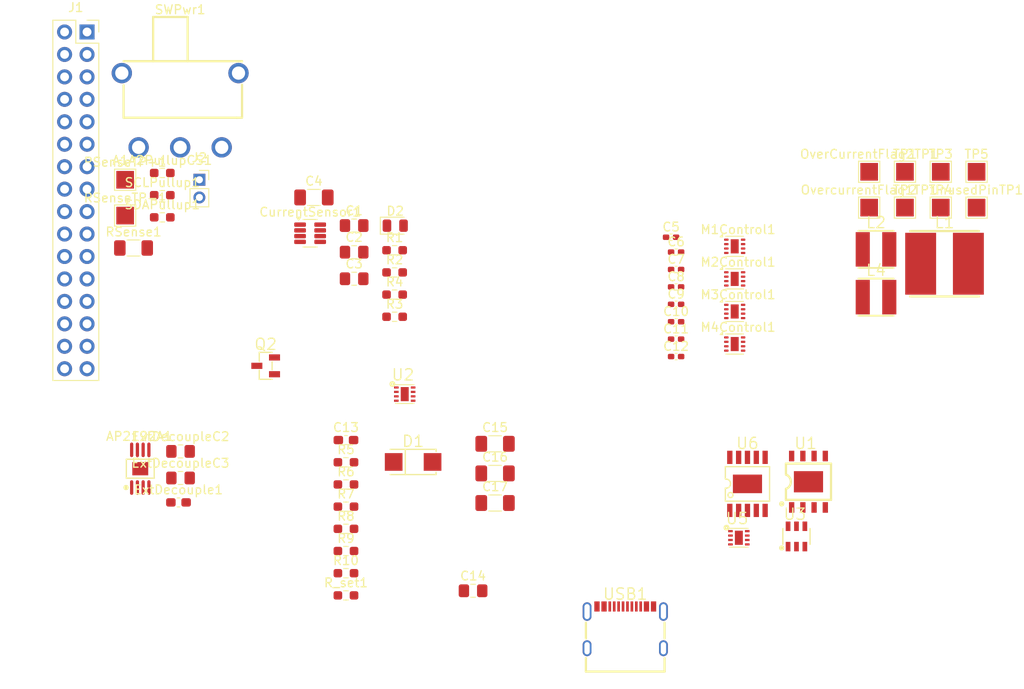
<source format=kicad_pcb>
(kicad_pcb (version 20241229) (generator "pcbnew") (generator_version "9.0")
  (layers (0 "F.Cu" signal) (2 "B.Cu" signal) (13 "F.Paste" user) (15 "B.Paste" user) (5 "F.SilkS" user "F.Silkscreen") (7 "B.SilkS" user "B.Silkscreen") (1 "F.Mask" user) (3 "B.Mask" user) (25 "Edge.Cuts" user))
  (net 0 "")
  (net 1 "GND")
  (net 2 "Net-(CurrentSensor1-A0)")
  (net 3 "VBatt")
  (net 4 "/12C1_SDA")
  (net 5 "Net-(U1-PROG)")
  (net 6 "Net-(U2-SW)")
  (net 7 "Net-(U2-PG)")
  (net 8 "/MOTOR1_CTRL2")
  (net 9 "/MOTOR1_A_OUT")
  (net 10 "/RSense+")
  (net 11 "/MOTOR1_B_OUT ")
  (net 12 "/MOTOR1_CTRL1")
  (net 13 "/MOTOR2_CTRL2")
  (net 14 "/MOTOR2_A_OUT")
  (net 15 "/MOTOR2_CTRL1")
  (net 16 "/MOTOR2_B_OUT ")
  (net 17 "/MOTOR3_B_OUT ")
  (net 18 "/MOTOR3_A_OUT")
  (net 19 "/MOTOR3_CTRL2")
  (net 20 "/MOTOR3_CTRL1")
  (net 21 "/MOTOR4_CTRL2")
  (net 22 "/MOTOR4_CTRL1")
  (net 23 "/MOTOR4_A_OUT")
  (net 24 "/MOTOR4_B_OUT ")
  (net 25 "/12C1_SCL")
  (net 26 "/MOTOR4_B_OUT")
  (net 27 "/MOTOR2_CTRL2 ")
  (net 28 "VCharge")
  (net 29 "Net-(D2-K)")
  (net 30 "/FAST_CHRG_CNTRL")
  (net 31 "Net-(D2-A)")
  (net 32 "9V USB-C")
  (net 33 "/3V3 Regulated")
  (net 34 "/5V Regulated")
  (net 35 "/CTRL_EXT_LOAD1")
  (net 36 "/RSense-")
  (net 37 "Net-(AP2192A1-IN)")
  (net 38 "/VBUS_USBC")
  (net 40 "/USART2_TX")
  (net 41 "/MOTOR4_CTRL1 ")
  (net 42 "Net-(AP2192A1-FLG1)")
  (net 43 "/MOTOR2_B_OUT")
  (net 44 "Net-(J1-Pin_15)")
  (net 45 "/CTRL_EXT_LOAD2")
  (net 46 "/USART2_RX")
  (net 47 "/EXT_LOAD2_OUT")
  (net 48 "/CC2")
  (net 49 "/CC1")
  (net 50 "Net-(D1-A)")
  (net 51 "Net-(R10-Pad1)")
  (net 58 "Net-(AP2192A1-FLG2)")
  (net 59 "/EXT_LOAD1_OUT")
  (net 60 "Net-(JP2-B)")
  (net 61 "Net-(CurrentSensor1-VS)")
  (net 62 "Net-(U6-VDD)")
  (net 63 "Net-(U5-SW)")
  (net 64 "Net-(U1-CHRG#)")
  (net 65 "Net-(U6-VBUS)")
  (net 66 "Net-(U5-PG)")
  (net 67 "Net-(U3-FB)")
  (net 68 "Net-(U6-CFG1)")
  (net 75 "Net-(Q2-D)")
  (footprint "Custom Footprints:SOT-23-3_L2.9-W1.3-P1.90-LS2.4-BR" (layer "F.Cu") (at 87.5 99.05)
    (property "Reference" "Q2" (at 0 -2.4374 0) (layer "F.SilkS") (effects (font (size 1.27 1.27))))
    (property "Value" "AO3400A")
    (pad "1" smd rect (at 1 0.95) (size 1.25 0.7) (layers "F.Cu" "F.Mask" "F.Paste") (net 30 "/FAST_CHRG_CNTRL"))
    (pad "2" smd rect (at 1 -0.95) (size 1.25 0.7) (layers "F.Cu" "F.Mask" "F.Paste") (net 1 "GND"))
    (pad "3" smd rect (at -1 0) (size 1.25 0.7) (layers "F.Cu" "F.Mask" "F.Paste") (net 75 "Net-(Q2-D)"))
  )
  (footprint "Resistor_SMD:R_0603_1608Metric_Pad0.98x0.95mm_HandSolder" (layer "F.Cu") (at 96.5825 117.49)
    (property "Reference" "R8" (at 0 -1.43 0) (layer "F.SilkS"))
    (property "Value" "1k")
    (pad "1" smd roundrect (at -0.9125 0) (size 0.975 0.95) (layers "F.Cu" "F.Mask" "F.Paste") (net 67 "Net-(U3-FB)"))
    (pad "2" smd roundrect (at 0.9125 0) (size 0.975 0.95) (layers "F.Cu" "F.Mask" "F.Paste") (net 51 "Net-(R10-Pad1)"))
  )
  (footprint "Custom Footprints:MSOP-8_L3.0-W3.0-P0.65-LS4.9-BL-EP1.8" (layer "F.Cu") (at 73.3125 110.687)
    (property "Reference" "AP2192A1" (at -0.128875 -3.662 0) (layer "F.SilkS"))
    (property "Value" "~")
    (pad "1" smd oval (at -0.975 2.131) (size 0.364 1.662) (layers "F.Cu" "F.Mask" "F.Paste") (net 1 "GND"))
    (pad "2" smd oval (at -0.325 2.131) (size 0.364 1.662) (layers "F.Cu" "F.Mask" "F.Paste") (net 37 "Net-(AP2192A1-IN)"))
    (pad "3" smd oval (at 0.325 2.131) (size 0.364 1.662) (layers "F.Cu" "F.Mask" "F.Paste") (net 35 "/CTRL_EXT_LOAD1"))
    (pad "4" smd oval (at 0.975 2.131) (size 0.364 1.662) (layers "F.Cu" "F.Mask" "F.Paste") (net 45 "/CTRL_EXT_LOAD2"))
    (pad "5" smd oval (at 0.975 -2.131) (size 0.364 1.662) (layers "F.Cu" "F.Mask" "F.Paste") (net 58 "Net-(AP2192A1-FLG2)"))
    (pad "6" smd oval (at 0.325 -2.131) (size 0.364 1.662) (layers "F.Cu" "F.Mask" "F.Paste") (net 47 "/EXT_LOAD2_OUT"))
    (pad "7" smd oval (at -0.325 -2.131) (size 0.364 1.662) (layers "F.Cu" "F.Mask" "F.Paste") (net 59 "/EXT_LOAD1_OUT"))
    (pad "8" smd oval (at -0.975 -2.131) (size 0.364 1.662) (layers "F.Cu" "F.Mask" "F.Paste") (net 42 "Net-(AP2192A1-FLG1)"))
    (pad "9" smd rect (at 0 0 90) (size 1.5 1.8) (layers "F.Cu" "F.Mask" "F.Paste") (net 1 "GND"))
  )
  (footprint "Capacitor_SMD:C_0805_2012Metric_Pad1.18x1.45mm_HandSolder" (layer "F.Cu") (at 97.5075 89.2)
    (property "Reference" "C3" (at 0 -1.68 0) (layer "F.SilkS"))
    (property "Value" "10uF")
    (pad "1" smd roundrect (at -1.0375 0) (size 1.175 1.45) (layers "F.Cu" "F.Mask" "F.Paste") (roundrect_rratio 0.212766) (net 32 "9V USB-C"))
    (pad "2" smd roundrect (at 1.0375 0) (size 1.175 1.45) (layers "F.Cu" "F.Mask" "F.Paste") (roundrect_rratio 0.212766) (net 1 "GND"))
  )
  (footprint "Capacitor_SMD:C_1206_3216Metric_Pad1.33x1.80mm_HandSolder" (layer "F.Cu") (at 113.4525 111.22)
    (property "Reference" "C16" (at 0 -1.85 0) (layer "F.SilkS"))
    (property "Value" "22uF")
    (pad "1" smd roundrect (at -1.5625 0) (size 1.325 1.8) (layers "F.Cu" "F.Mask" "F.Paste") (roundrect_rratio 0.188679) (net 3 "VBatt"))
    (pad "2" smd roundrect (at 1.5625 0) (size 1.325 1.8) (layers "F.Cu" "F.Mask" "F.Paste") (roundrect_rratio 0.188679) (net 1 "GND"))
  )
  (footprint "Capacitor_SMD:C_0805_2012Metric_Pad1.18x1.45mm_HandSolder" (layer "F.Cu") (at 77.8675 108.73)
    (property "Reference" "ExtDecoupleC2" (at 0 -1.68 0) (layer "F.SilkS"))
    (property "Value" "10uF")
    (pad "1" smd roundrect (at -1.0375 0) (size 1.175 1.45) (layers "F.Cu" "F.Mask" "F.Paste") (roundrect_rratio 0.212766) (net 59 "/EXT_LOAD1_OUT"))
    (pad "2" smd roundrect (at 1.0375 0) (size 1.175 1.45) (layers "F.Cu" "F.Mask" "F.Paste") (roundrect_rratio 0.212766) (net 1 "GND"))
  )
  (footprint "Resistor_SMD:R_0603_1608Metric_Pad0.98x0.95mm_HandSolder" (layer "F.Cu") (at 102.0875 88.48)
    (property "Reference" "R2" (at 0 -1.43 0) (layer "F.SilkS"))
    (property "Value" "2k7")
    (pad "1" smd roundrect (at -0.9125 0) (size 0.975 0.95) (layers "F.Cu" "F.Mask" "F.Paste") (net 5 "Net-(U1-PROG)"))
    (pad "2" smd roundrect (at 0.9125 0) (size 0.975 0.95) (layers "F.Cu" "F.Mask" "F.Paste") (net 75 "Net-(Q2-D)"))
  )
  (footprint "Capacitor_SMD:C_1206_3216Metric_Pad1.33x1.80mm_HandSolder" (layer "F.Cu") (at 92.9575 80)
    (property "Reference" "C4" (at 0 -1.85 0) (layer "F.SilkS"))
    (property "Value" "22uF")
    (pad "1" smd roundrect (at -1.5625 0) (size 1.325 1.8) (layers "F.Cu" "F.Mask" "F.Paste") (roundrect_rratio 0.188679) (net 31 "Net-(D2-A)"))
    (pad "2" smd roundrect (at 1.5625 0) (size 1.325 1.8) (layers "F.Cu" "F.Mask" "F.Paste") (roundrect_rratio 0.188679) (net 1 "GND"))
  )
  (footprint "TestPoint:TestPoint_Pad_2.0x2.0mm" (layer "F.Cu") (at 163.875 77.098)
    (property "Reference" "TP3" (at 0 -1.998 0) (layer "F.SilkS"))
    (property "Value" "below_10k_test")
    (pad "1" smd rect (at 0 0) (size 2 2) (layers "F.Cu" "F.Mask") (net 65 "Net-(U6-VBUS)"))
  )
  (footprint "Custom Footprints:WSON-8_L2.0-W2.0-P0.50-TL-EP" (layer "F.Cu") (at 103.23 102.25)
    (property "Reference" "U2" (at -0.19485 -2.1812 0) (layer "F.SilkS") (effects (font (size 1.27 1.27))))
    (property "Value" "TPS62163DSG")
    (pad "1" smd rect (at -0.95 -0.7501) (size 0.521 0.25) (layers "F.Cu" "F.Mask" "F.Paste") (net 1 "GND"))
    (pad "2" smd rect (at -0.95 -0.2499) (size 0.521 0.25) (layers "F.Cu" "F.Mask" "F.Paste") (net 32 "9V USB-C"))
    (pad "3" smd rect (at -0.95 0.2499) (size 0.521 0.25) (layers "F.Cu" "F.Mask" "F.Paste") (net 32 "9V USB-C"))
    (pad "4" smd rect (at -0.95 0.7501) (size 0.521 0.25) (layers "F.Cu" "F.Mask" "F.Paste") (net 1 "GND"))
    (pad "5" smd rect (at 0.95 0.7501) (size 0.521 0.25) (layers "F.Cu" "F.Mask" "F.Paste") (net 1 "GND"))
    (pad "6" smd rect (at 0.95 0.2499) (size 0.521 0.25) (layers "F.Cu" "F.Mask" "F.Paste") (net 31 "Net-(D2-A)"))
    (pad "7" smd rect (at 0.95 -0.2499) (size 0.521 0.25) (layers "F.Cu" "F.Mask" "F.Paste") (net 6 "Net-(U2-SW)"))
    (pad "8" smd rect (at 0.95 -0.7501) (size 0.521 0.25) (layers "F.Cu" "F.Mask" "F.Paste") (net 7 "Net-(U2-PG)"))
    (pad "9" smd rect (at 0 0) (size 0.9 1.6) (layers "F.Cu" "F.Mask" "F.Paste") (net 1 "GND"))
  )
  (footprint "Package_TO_SOT_SMD:SOT-23-8" (layer "F.Cu") (at 92.5275 84.05)
    (property "Reference" "CurrentSensor1" (at 0 -2.4 0) (layer "F.SilkS"))
    (property "Value" "INA219AxDCN")
    (pad "1" smd roundrect (at -1.1375 -0.975) (size 1.325 0.5) (layers "F.Cu" "F.Mask" "F.Paste") (net 10 "/RSense+"))
    (pad "2" smd roundrect (at -1.1375 -0.325) (size 1.325 0.5) (layers "F.Cu" "F.Mask" "F.Paste") (net 36 "/RSense-"))
    (pad "3" smd roundrect (at -1.1375 0.325) (size 1.325 0.5) (layers "F.Cu" "F.Mask" "F.Paste") (net 1 "GND"))
    (pad "4" smd roundrect (at -1.1375 0.975) (size 1.325 0.5) (layers "F.Cu" "F.Mask" "F.Paste") (net 61 "Net-(CurrentSensor1-VS)"))
    (pad "5" smd roundrect (at 1.1375 0.975) (size 1.325 0.5) (layers "F.Cu" "F.Mask" "F.Paste") (net 25 "/12C1_SCL"))
    (pad "6" smd roundrect (at 1.1375 0.325) (size 1.325 0.5) (layers "F.Cu" "F.Mask" "F.Paste") (net 4 "/12C1_SDA"))
    (pad "7" smd roundrect (at 1.1375 -0.325) (size 1.325 0.5) (layers "F.Cu" "F.Mask" "F.Paste") (net 2 "Net-(CurrentSensor1-A0)"))
    (pad "8" smd roundrect (at 1.1375 -0.975) (size 1.325 0.5) (layers "F.Cu" "F.Mask" "F.Paste") (net 2 "Net-(CurrentSensor1-A0)"))
  )
  (footprint "Resistor_SMD:R_0603_1608Metric_Pad0.98x0.95mm_HandSolder" (layer "F.Cu") (at 96.5825 122.51)
    (property "Reference" "R10" (at 0 -1.43 0) (layer "F.SilkS"))
    (property "Value" "100")
    (pad "1" smd roundrect (at -0.9125 0) (size 0.975 0.95) (layers "F.Cu" "F.Mask" "F.Paste") (net 51 "Net-(R10-Pad1)"))
    (pad "2" smd roundrect (at 0.9125 0) (size 0.975 0.95) (layers "F.Cu" "F.Mask" "F.Paste") (net 1 "GND"))
  )
  (footprint "Capacitor_SMD:C_0402_1005Metric_Pad0.74x0.62mm_HandSolder" (layer "F.Cu") (at 133.9325 88.15)
    (property "Reference" "C7" (at 0 -1.16 0) (layer "F.SilkS"))
    (property "Value" "0.1uF")
    (pad "1" smd roundrect (at -0.5675 0) (size 0.735 0.62) (layers "F.Cu" "F.Mask" "F.Paste") (net 1 "GND"))
    (pad "2" smd roundrect (at 0.5675 0) (size 0.735 0.62) (layers "F.Cu" "F.Mask" "F.Paste") (net 33 "/3V3 Regulated"))
  )
  (footprint "Resistor_SMD:R_0603_1608Metric_Pad0.98x0.95mm_HandSolder" (layer "F.Cu") (at 75.8 79.74)
    (property "Reference" "SCLPullup1" (at 0 -1.43 0) (layer "F.SilkS"))
    (property "Value" "3k3")
    (pad "1" smd roundrect (at -0.9125 0) (size 0.975 0.95) (layers "F.Cu" "F.Mask" "F.Paste") (net 61 "Net-(CurrentSensor1-VS)"))
    (pad "2" smd roundrect (at 0.9125 0) (size 0.975 0.95) (layers "F.Cu" "F.Mask" "F.Paste") (net 25 "/12C1_SCL"))
  )
  (footprint "Package_SON:WSON-8-1EP_2x2mm_P0.5mm_EP0.9x1.6mm" (layer "F.Cu") (at 140.5625 92.9)
    (property "Reference" "M3Control1" (at 0.38 -1.9 0) (layer "F.SilkS"))
    (property "Value" "DRV8837")
    (pad "1" smd roundrect (at -0.95 -0.75) (size 0.5 0.25) (layers "F.Cu" "F.Mask" "F.Paste") (net 60 "Net-(JP2-B)"))
    (pad "2" smd roundrect (at -0.95 -0.25) (size 0.5 0.25) (layers "F.Cu" "F.Mask" "F.Paste") (net 18 "/MOTOR3_A_OUT"))
    (pad "3" smd roundrect (at -0.95 0.25) (size 0.5 0.25) (layers "F.Cu" "F.Mask" "F.Paste") (net 17 "/MOTOR3_B_OUT "))
    (pad "4" smd roundrect (at -0.95 0.75) (size 0.5 0.25) (layers "F.Cu" "F.Mask" "F.Paste") (net 1 "GND"))
    (pad "5" smd roundrect (at 0.95 0.75) (size 0.5 0.25) (layers "F.Cu" "F.Mask" "F.Paste") (net 19 "/MOTOR3_CTRL2"))
    (pad "6" smd roundrect (at 0.95 0.25) (size 0.5 0.25) (layers "F.Cu" "F.Mask" "F.Paste") (net 20 "/MOTOR3_CTRL1"))
    (pad "7" smd roundrect (at 0.95 -0.25) (size 0.5 0.25) (layers "F.Cu" "F.Mask" "F.Paste") (net 3 "VBatt"))
    (pad "8" smd roundrect (at 0.95 -0.75) (size 0.5 0.25) (layers "F.Cu" "F.Mask" "F.Paste") (net 33 "/3V3 Regulated"))
    (pad "9" smd rect (at 0 0) (size 0.9 1.6) (layers "F.Cu" "F.Mask") (net 1 "GND"))
  )
  (footprint "TestPoint:TestPoint_Pad_2.0x2.0mm" (layer "F.Cu") (at 167.925 77.098)
    (property "Reference" "TP5" (at 0 -1.998 0) (layer "F.SilkS"))
    (property "Value" "3V3_out_test")
    (pad "1" smd rect (at 0 0) (size 2 2) (layers "F.Cu" "F.Mask") (net 33 "/3V3 Regulated"))
  )
  (footprint "TestPoint:TestPoint_Pad_2.0x2.0mm" (layer "F.Cu") (at 155.775 77.098)
    (property "Reference" "OverCurrentFlag2TP1" (at 0 -1.998 0) (layer "F.SilkS"))
    (property "Value" "TestPoint")
    (pad "1" smd rect (at 0 0) (size 2 2) (layers "F.Cu" "F.Mask") (net 58 "Net-(AP2192A1-FLG2)"))
  )
  (footprint "Capacitor_SMD:C_0805_2012Metric_Pad1.18x1.45mm_HandSolder" (layer "F.Cu") (at 97.5075 86.19)
    (property "Reference" "C2" (at 0 -1.68 0) (layer "F.SilkS"))
    (property "Value" "10uF")
    (pad "1" smd roundrect (at -1.0375 0) (size 1.175 1.45) (layers "F.Cu" "F.Mask" "F.Paste") (roundrect_rratio 0.212766) (net 28 "VCharge"))
    (pad "2" smd roundrect (at 1.0375 0) (size 1.175 1.45) (layers "F.Cu" "F.Mask" "F.Paste") (roundrect_rratio 0.212766) (net 1 "GND"))
  )
  (footprint "Resistor_SMD:R_1206_3216Metric_Pad1.30x1.75mm_HandSolder" (layer "F.Cu") (at 72.55 85.72)
    (property "Reference" "RSense1" (at 0 -1.82 0) (layer "F.SilkS"))
    (property "Value" "0.1R")
    (pad "1" smd roundrect (at -1.55 0) (size 1.3 1.75) (layers "F.Cu" "F.Mask" "F.Paste") (roundrect_rratio 0.192308) (net 36 "/RSense-"))
    (pad "2" smd roundrect (at 1.55 0) (size 1.3 1.75) (layers "F.Cu" "F.Mask" "F.Paste") (roundrect_rratio 0.192308) (net 10 "/RSense+"))
  )
  (footprint "Custom Footprints:IND-SMD_L4.0-W4.0_FNR40XXS" (layer "F.Cu") (at 156.5501 91.2778)
    (property "Reference" "L4" (at 0 -3.0366 0) (layer "F.SilkS") (effects (font (size 1.27 1.27))))
    (property "Value" "3.3uH")
    (pad "1" smd rect (at -1.5001 0) (size 1.6 3.9) (layers "F.Cu" "F.Mask" "F.Paste") (net 6 "Net-(U2-SW)"))
    (pad "2" smd rect (at 1.5001 0) (size 1.6 3.9) (layers "F.Cu" "F.Mask" "F.Paste") (net 31 "Net-(D2-A)"))
  )
  (footprint "Connector_PinSocket_2.00mm:PinSocket_1x02_P2.00mm_Vertical" (layer "F.Cu") (at 80 78)
    (property "Reference" "J2" (at 0 -2.5 0) (layer "F.SilkS"))
    (property "Value" "Battery IN JST")
    (pad "1" thru_hole rect (at 0 0) (size 1.35 1.35) (drill 0.8) (layers "*.Cu" "*.Mask") (net 1 "GND"))
    (pad "2" thru_hole oval (at 0 2) (size 1.35 1.35) (drill 0.8) (layers "*.Cu" "*.Mask") (net 10 "/RSense+"))
  )
  (footprint "TestPoint:TestPoint_Pad_2.0x2.0mm" (layer "F.Cu") (at 167.925 81.148)
    (property "Reference" "UnusedPinTP1" (at 0 -1.998 0) (layer "F.SilkS"))
    (property "Value" "TestPoint")
    (pad "1" smd rect (at 0 0) (size 2 2) (layers "F.Cu" "F.Mask") (net 44 "Net-(J1-Pin_15)"))
  )
  (footprint "Resistor_SMD:R_0603_1608Metric_Pad0.98x0.95mm_HandSolder" (layer "F.Cu") (at 96.5825 114.98)
    (property "Reference" "R7" (at 0 -1.43 0) (layer "F.SilkS"))
    (property "Value" "100k")
    (pad "1" smd roundrect (at -0.9125 0) (size 0.975 0.95) (layers "F.Cu" "F.Mask" "F.Paste") (net 66 "Net-(U5-PG)"))
    (pad "2" smd roundrect (at 0.9125 0) (size 0.975 0.95) (layers "F.Cu" "F.Mask" "F.Paste") (net 33 "/3V3 Regulated"))
  )
  (footprint "Custom Footprints:SW-TH_5P-P4.70_SS-12D11-G050" (layer "F.Cu") (at 77.825 70.132)
    (property "Reference" "SWPwr1" (at 0 -11.377 0) (layer "F.SilkS"))
    (property "Value" "SW_SPDT")
    (pad "1" thru_hole circle (at -4.7 4.2) (size 2.3 2.3) (drill 1.5) (layers "*.Cu" "*.Mask") (net 3 "VBatt"))
    (pad "2" thru_hole circle (at 0 4.2) (size 2.3 2.3) (drill 1.5) (layers "*.Cu" "*.Mask") (net 36 "/RSense-"))
    (pad "3" thru_hole circle (at 4.7 4.2) (size 2.3 2.3) (drill 1.5) (layers "*.Cu" "*.Mask") (net 28 "VCharge"))
    (pad "4" thru_hole circle (at 6.6 -4.2) (size 2.3 2.3) (drill 1.5) (layers "*.Cu" "*.Mask"))
    (pad "5" thru_hole circle (at -6.6 -4.2) (size 2.3 2.3) (drill 1.5) (layers "*.Cu" "*.Mask"))
  )
  (footprint "TestPoint:TestPoint_Pad_2.0x2.0mm" (layer "F.Cu") (at 159.825 77.098)
    (property "Reference" "TP1" (at 0 -1.998 0) (layer "F.SilkS"))
    (property "Value" "5V_test")
    (pad "1" smd rect (at 0 0) (size 2 2) (layers "F.Cu" "F.Mask") (net 31 "Net-(D2-A)"))
  )
  (footprint "Resistor_SMD:R_0603_1608Metric_Pad0.98x0.95mm_HandSolder" (layer "F.Cu") (at 96.5825 125.02)
    (property "Reference" "R_set1" (at 0 -1.43 0) (layer "F.SilkS"))
    (property "Value" "6k8")
    (pad "1" smd roundrect (at -0.9125 0) (size 0.975 0.95) (layers "F.Cu" "F.Mask" "F.Paste") (net 68 "Net-(U6-CFG1)"))
    (pad "2" smd roundrect (at 0.9125 0) (size 0.975 0.95) (layers "F.Cu" "F.Mask" "F.Paste") (net 1 "GND"))
  )
  (footprint "TestPoint:TestPoint_Pad_2.0x2.0mm" (layer "F.Cu") (at 71.6 78)
    (property "Reference" "RSenseTP+1" (at 0 -1.998 0) (layer "F.SilkS"))
    (property "Value" "TestPoint")
    (pad "1" smd rect (at 0 0) (size 2 2) (layers "F.Cu" "F.Mask") (net 10 "/RSense+"))
  )
  (footprint "Capacitor_SMD:C_1206_3216Metric_Pad1.33x1.80mm_HandSolder" (layer "F.Cu") (at 113.4525 114.57)
    (property "Reference" "C17" (at 0 -1.85 0) (layer "F.SilkS"))
    (property "Value" "22uF")
    (pad "1" smd roundrect (at -1.5625 0) (size 1.325 1.8) (layers "F.Cu" "F.Mask" "F.Paste") (roundrect_rratio 0.188679) (net 34 "/5V Regulated"))
    (pad "2" smd roundrect (at 1.5625 0) (size 1.325 1.8) (layers "F.Cu" "F.Mask" "F.Paste") (roundrect_rratio 0.188679) (net 1 "GND"))
  )
  (footprint "Custom Footprints:ESSOP-10_L4.9-W3.9-P1.0-LS6.0-TL-EP" (layer "F.Cu") (at 142.0066 112.4059)
    (property "Reference" "U6" (at 0 -4.5851 0) (layer "F.SilkS") (effects (font (size 1.27 1.27))))
    (property "Value" "CH224K")
    (pad "1" smd rect (at -1.9999 3.0001 90) (size 1.5 0.6) (layers "F.Cu" "F.Mask" "F.Paste") (net 62 "Net-(U6-VDD)"))
    (pad "2" smd rect (at -0.9999 3.0001 90) (size 1.5 0.6) (layers "F.Cu" "F.Mask" "F.Paste"))
    (pad "3" smd rect (at 0.0001 3.0001 90) (size 1.5 0.6) (layers "F.Cu" "F.Mask" "F.Paste"))
    (pad "4" smd rect (at 1.0001 3.0001 90) (size 1.5 0.6) (layers "F.Cu" "F.Mask" "F.Paste"))
    (pad "5" smd rect (at 2.0001 3.0001 90) (size 1.5 0.6) (layers "F.Cu" "F.Mask" "F.Paste"))
    (pad "6" smd rect (at 2.0001 -2.9999 90) (size 1.5 0.6) (layers "F.Cu" "F.Mask" "F.Paste") (net 48 "/CC2"))
    (pad "7" smd rect (at 1.0001 -3.0001 90) (size 1.5 0.6) (layers "F.Cu" "F.Mask" "F.Paste") (net 49 "/CC1"))
    (pad "8" smd rect (at 0.0001 -3.0001 90) (size 1.5 0.6) (layers "F.Cu" "F.Mask" "F.Paste") (net 65 "Net-(U6-VBUS)"))
    (pad "9" smd rect (at -0.9999 -3.0001 90) (size 1.5 0.6) (layers "F.Cu" "F.Mask" "F.Paste") (net 68 "Net-(U6-CFG1)"))
    (pad "10" smd rect (at -1.9999 -2.9999 90) (size 1.5 0.6) (layers "F.Cu" "F.Mask" "F.Paste"))
    (pad "11" smd rect (at 0.0001 -0.0001 180) (size 3.3 2.1) (layers "F.Cu" "F.Mask" "F.Paste") (net 1 "GND"))
  )
  (footprint "Custom Footprints:SOT-23-6_L2.9-W1.6-P0.95-LS2.8-BL" (layer "F.Cu") (at 147.55 118.3509)
    (property "Reference" "U3" (at -0.1765 -2.5201 0) (layer "F.SilkS") (effects (font (size 1.27 1.27))))
    (property "Value" "MT3608")
    (pad "1" smd rect (at -0.95 1.1491) (size 0.532 1.072) (layers "F.Cu" "F.Mask" "F.Paste") (net 50 "Net-(D1-A)"))
    (pad "2" smd rect (at 0 1.1491) (size 0.532 1.072) (layers "F.Cu" "F.Mask" "F.Paste") (net 1 "GND"))
    (pad "3" smd rect (at 0.95 1.1491) (size 0.532 1.072) (layers "F.Cu" "F.Mask" "F.Paste") (net 67 "Net-(U3-FB)"))
    (pad "4" smd rect (at 0.95 -1.1491) (size 0.532 1.072) (layers "F.Cu" "F.Mask" "F.Paste") (net 3 "VBatt"))
    (pad "5" smd rect (at 0 -1.1491) (size 0.532 1.072) (layers "F.Cu" "F.Mask" "F.Paste") (net 3 "VBatt"))
    (pad "6" smd rect (at -0.95 -1.1491) (size 0.532 1.072) (layers "F.Cu" "F.Mask" "F.Paste"))
  )
  (footprint "Custom Footprints:SMA_L4.3-W2.6-LS5.2-RD" (layer "F.Cu") (at 104.18 109.925)
    (property "Reference" "D1" (at 0 -2.3374 0) (layer "F.SilkS") (effects (font (size 1.27 1.27))))
    (property "Value" "D_Schottky")
    (pad "1" smd rect (at -2.1999 0 180) (size 2 2) (layers "F.Cu" "F.Mask" "F.Paste") (net 34 "/5V Regulated"))
    (pad "2" smd rect (at 2.1999 0 180) (size 2 2) (layers "F.Cu" "F.Mask" "F.Paste") (net 50 "Net-(D1-A)"))
  )
  (footprint "Package_SON:WSON-8-1EP_2x2mm_P0.5mm_EP0.9x1.6mm" (layer "F.Cu") (at 140.5625 85.53)
    (property "Reference" "M1Control1" (at 0.38 -1.9 0) (layer "F.SilkS"))
    (property "Value" "DRV8837")
    (pad "1" smd roundrect (at -0.95 -0.75) (size 0.5 0.25) (layers "F.Cu" "F.Mask" "F.Paste") (net 60 "Net-(JP2-B)"))
    (pad "2" smd roundrect (at -0.95 -0.25) (size 0.5 0.25) (layers "F.Cu" "F.Mask" "F.Paste") (net 9 "/MOTOR1_A_OUT"))
    (pad "3" smd roundrect (at -0.95 0.25) (size 0.5 0.25) (layers "F.Cu" "F.Mask" "F.Paste") (net 11 "/MOTOR1_B_OUT "))
    (pad "4" smd roundrect (at -0.95 0.75) (size 0.5 0.25) (layers "F.Cu" "F.Mask" "F.Paste") (net 1 "GND"))
    (pad "5" smd roundrect (at 0.95 0.75) (size 0.5 0.25) (layers "F.Cu" "F.Mask" "F.Paste") (net 8 "/MOTOR1_CTRL2"))
    (pad "6" smd roundrect (at 0.95 0.25) (size 0.5 0.25) (layers "F.Cu" "F.Mask" "F.Paste") (net 12 "/MOTOR1_CTRL1"))
    (pad "7" smd roundrect (at 0.95 -0.25) (size 0.5 0.25) (layers "F.Cu" "F.Mask" "F.Paste") (net 3 "VBatt"))
    (pad "8" smd roundrect (at 0.95 -0.75) (size 0.5 0.25) (layers "F.Cu" "F.Mask" "F.Paste") (net 33 "/3V3 Regulated"))
    (pad "9" smd rect (at 0 0) (size 0.9 1.6) (layers "F.Cu" "F.Mask") (net 1 "GND"))
  )
  (footprint "Custom Footprints:IND-SMD_L7.8-W7.0-A" (layer "F.Cu") (at 164.3 87.5)
    (property "Reference" "L1" (at 0 -4.662 0) (layer "F.SilkS") (effects (font (size 1.27 1.27))))
    (property "Value" "10uH")
    (pad "1" smd rect (at -2.7 0) (size 3.5 7) (layers "F.Cu" "F.Mask" "F.Paste") (net 3 "VBatt"))
    (pad "2" smd rect (at 2.7 0) (size 3.5 7) (layers "F.Cu" "F.Mask" "F.Paste") (net 50 "Net-(D1-A)"))
  )
  (footprint "Resistor_SMD:R_0603_1608Metric_Pad0.98x0.95mm_HandSolder" (layer "F.Cu") (at 75.8 77.23)
    (property "Reference" "A1A2PullupCS1" (at 0 -1.43 0) (layer "F.SilkS"))
    (property "Value" "3k3")
    (pad "1" smd roundrect (at -0.9125 0) (size 0.975 0.95) (layers "F.Cu" "F.Mask" "F.Paste") (net 2 "Net-(CurrentSensor1-A0)"))
    (pad "2" smd roundrect (at 0.9125 0) (size 0.975 0.95) (layers "F.Cu" "F.Mask" "F.Paste") (net 3 "VBatt"))
  )
  (footprint "Capacitor_SMD:C_0402_1005Metric_Pad0.74x0.62mm_HandSolder" (layer "F.Cu") (at 133.9325 96.03)
    (property "Reference" "C11" (at 0 -1.16 0) (layer "F.SilkS"))
    (property "Value" "0.1uF")
    (pad "1" smd roundrect (at -0.5675 0) (size 0.735 0.62) (layers "F.Cu" "F.Mask" "F.Paste") (net 1 "GND"))
    (pad "2" smd roundrect (at 0.5675 0) (size 0.735 0.62) (layers "F.Cu" "F.Mask" "F.Paste") (net 33 "/3V3 Regulated"))
  )
  (footprint "Connector_PinSocket_2.54mm:PinSocket_2x16_P2.54mm_Vertical" (layer "F.Cu") (at 67.29 61.28)
    (property "Reference" "J1" (at -1.27 -2.77 0) (layer "F.SilkS"))
    (property "Value" "Conn_02x16_Odd_Even")
    (pad "1" thru_hole rect (at 0 0) (size 1.7 1.7) (drill 1) (layers "*.Cu" "*.Mask") (net 43 "/MOTOR2_B_OUT"))
    (pad "2" thru_hole oval (at -2.54 0) (size 1.7 1.7) (drill 1) (layers "*.Cu" "*.Mask") (net 14 "/MOTOR2_A_OUT"))
    (pad "3" thru_hole oval (at 0 2.54) (size 1.7 1.7) (drill 1) (layers "*.Cu" "*.Mask") (net 23 "/MOTOR4_A_OUT"))
    (pad "4" thru_hole oval (at -2.54 2.54) (size 1.7 1.7) (drill 1) (layers "*.Cu" "*.Mask") (net 15 "/MOTOR2_CTRL1"))
    (pad "5" thru_hole oval (at 0 5.08) (size 1.7 1.7) (drill 1) (layers "*.Cu" "*.Mask") (net 26 "/MOTOR4_B_OUT"))
    (pad "6" thru_hole oval (at -2.54 5.08) (size 1.7 1.7) (drill 1) (layers "*.Cu" "*.Mask") (net 27 "/MOTOR2_CTRL2 "))
    (pad "7" thru_hole oval (at 0 7.62) (size 1.7 1.7) (drill 1) (layers "*.Cu" "*.Mask") (net 45 "/CTRL_EXT_LOAD2"))
    (pad "8" thru_hole oval (at -2.54 7.62) (size 1.7 1.7) (drill 1) (layers "*.Cu" "*.Mask") (net 41 "/MOTOR4_CTRL1 "))
    (pad "9" thru_hole oval (at 0 10.16) (size 1.7 1.7) (drill 1) (layers "*.Cu" "*.Mask") (net 46 "/USART2_RX"))
    (pad "10" thru_hole oval (at -2.54 10.16) (size 1.7 1.7) (drill 1) (layers "*.Cu" "*.Mask") (net 21 "/MOTOR4_CTRL2"))
    (pad "11" thru_hole oval (at 0 12.7) (size 1.7 1.7) (drill 1) (layers "*.Cu" "*.Mask") (net 47 "/EXT_LOAD2_OUT"))
    (pad "12" thru_hole oval (at -2.54 12.7) (size 1.7 1.7) (drill 1) (layers "*.Cu" "*.Mask") (net 40 "/USART2_TX"))
    (pad "13" thru_hole oval (at 0 15.24) (size 1.7 1.7) (drill 1) (layers "*.Cu" "*.Mask") (net 30 "/FAST_CHRG_CNTRL"))
    (pad "14" thru_hole oval (at -2.54 15.24) (size 1.7 1.7) (drill 1) (layers "*.Cu" "*.Mask") (net 3 "VBatt"))
    (pad "15" thru_hole oval (at 0 17.78) (size 1.7 1.7) (drill 1) (layers "*.Cu" "*.Mask") (net 44 "Net-(J1-Pin_15)"))
    (pad "16" thru_hole oval (at -2.54 17.78) (size 1.7 1.7) (drill 1) (layers "*.Cu" "*.Mask") (net 25 "/12C1_SCL"))
    (pad "17" thru_hole oval (at 0 20.32) (size 1.7 1.7) (drill 1) (layers "*.Cu" "*.Mask") (net 4 "/12C1_SDA"))
    (pad "18" thru_hole oval (at -2.54 20.32) (size 1.7 1.7) (drill 1) (layers "*.Cu" "*.Mask") (net 33 "/3V3 Regulated"))
    (pad "19" thru_hole oval (at 0 22.86) (size 1.7 1.7) (drill 1) (layers "*.Cu" "*.Mask"))
    (pad "20" thru_hole oval (at -2.54 22.86) (size 1.7 1.7) (drill 1) (layers "*.Cu" "*.Mask") (net 34 "/5V Regulated"))
    (pad "21" thru_hole oval (at 0 25.4) (size 1.7 1.7) (drill 1) (layers "*.Cu" "*.Mask") (net 59 "/EXT_LOAD1_OUT"))
    (pad "22" thru_hole oval (at -2.54 25.4) (size 1.7 1.7) (drill 1) (layers "*.Cu" "*.Mask") (net 32 "9V USB-C"))
    (pad "23" thru_hole oval (at 0 27.94) (size 1.7 1.7) (drill 1) (layers "*.Cu" "*.Mask") (net 1 "GND"))
    (pad "24" thru_hole oval (at -2.54 27.94) (size 1.7 1.7) (drill 1) (layers "*.Cu" "*.Mask") (net 20 "/MOTOR3_CTRL1"))
    (pad "25" thru_hole oval (at 0 30.48) (size 1.7 1.7) (drill 1) (layers "*.Cu" "*.Mask") (net 35 "/CTRL_EXT_LOAD1"))
    (pad "26" thru_hole oval (at -2.54 30.48) (size 1.7 1.7) (drill 1) (layers "*.Cu" "*.Mask") (net 19 "/MOTOR3_CTRL2"))
    (pad "27" thru_hole oval (at 0 33.02) (size 1.7 1.7) (drill 1) (layers "*.Cu" "*.Mask") (net 18 "/MOTOR3_A_OUT"))
    (pad "28" thru_hole oval (at -2.54 33.02) (size 1.7 1.7) (drill 1) (layers "*.Cu" "*.Mask") (net 12 "/MOTOR1_CTRL1"))
    (pad "29" thru_hole oval (at 0 35.56) (size 1.7 1.7) (drill 1) (layers "*.Cu" "*.Mask") (net 17 "/MOTOR3_B_OUT "))
    (pad "30" thru_hole oval (at -2.54 35.56) (size 1.7 1.7) (drill 1) (layers "*.Cu" "*.Mask") (net 8 "/MOTOR1_CTRL2"))
    (pad "31" thru_hole oval (at 0 38.1) (size 1.7 1.7) (drill 1) (layers "*.Cu" "*.Mask") (net 11 "/MOTOR1_B_OUT "))
    (pad "32" thru_hole oval (at -2.54 38.1) (size 1.7 1.7) (drill 1) (layers "*.Cu" "*.Mask") (net 9 "/MOTOR1_A_OUT"))
  )
  (footprint "Capacitor_SMD:C_0402_1005Metric_Pad0.74x0.62mm_HandSolder" (layer "F.Cu") (at 133.9325 92.09)
    (property "Reference" "C9" (at 0 -1.16 0) (layer "F.SilkS"))
    (property "Value" "0.1uF")
    (pad "1" smd roundrect (at -0.5675 0) (size 0.735 0.62) (layers "F.Cu" "F.Mask" "F.Paste") (net 1 "GND"))
    (pad "2" smd roundrect (at 0.5675 0) (size 0.735 0.62) (layers "F.Cu" "F.Mask" "F.Paste") (net 33 "/3V3 Regulated"))
  )
  (footprint "Custom Footprints:ESOP-8_L4.9-W3.9-P1.27-LS6.0-BL-EP" (layer "F.Cu") (at 148.9088 112.1641)
    (property "Reference" "U1" (at -0.325 -4.3433 0) (layer "F.SilkS") (effects (font (size 1.27 1.27))))
    (property "Value" "TP4056")
    (pad "1" smd rect (at -1.905 2.9083) (size 0.6 1.2) (layers "F.Cu" "F.Mask" "F.Paste") (net 1 "GND"))
    (pad "2" smd rect (at -0.635 2.9083) (size 0.6 1.2) (layers "F.Cu" "F.Mask" "F.Paste") (net 5 "Net-(U1-PROG)"))
    (pad "3" smd rect (at 0.635 2.9083) (size 0.6 1.2) (layers "F.Cu" "F.Mask" "F.Paste") (net 1 "GND"))
    (pad "4" smd rect (at 1.905 2.9083) (size 0.6 1.2) (layers "F.Cu" "F.Mask" "F.Paste") (net 31 "Net-(D2-A)"))
    (pad "5" smd rect (at 1.905 -2.9083) (size 0.6 1.2) (layers "F.Cu" "F.Mask" "F.Paste") (net 28 "VCharge"))
    (pad "6" smd rect (at 0.635 -2.9083) (size 0.6 1.2) (layers "F.Cu" "F.Mask" "F.Paste") (net 1 "GND"))
    (pad "7" smd rect (at -0.635 -2.9083) (size 0.6 1.2) (layers "F.Cu" "F.Mask" "F.Paste") (net 64 "Net-(U1-CHRG#)"))
    (pad "8" smd rect (at -1.905 -2.9083) (size 0.6 1.2) (layers "F.Cu" "F.Mask" "F.Paste") (net 31 "Net-(D2-A)"))
    (pad "9" smd rect (at 0 0 180) (size 3.3 2.4) (layers "F.Cu" "F.Mask" "F.Paste") (net 1 "GND"))
  )
  (footprint "Resistor_SMD:R_0603_1608Metric_Pad0.98x0.95mm_HandSolder" (layer "F.Cu") (at 102.0875 93.5)
    (property "Reference" "R3" (at 0 -1.43 0) (layer "F.SilkS"))
    (property "Value" "5k6")
    (pad "1" smd roundrect (at -0.9125 0) (size 0.975 0.95) (layers "F.Cu" "F.Mask" "F.Paste") (net 5 "Net-(U1-PROG)"))
    (pad "2" smd roundrect (at 0.9125 0) (size 0.975 0.95) (layers "F.Cu" "F.Mask" "F.Paste") (net 1 "GND"))
  )
  (footprint "TestPoint:TestPoint_Pad_2.0x2.0mm" (layer "F.Cu") (at 159.825 81.148)
    (property "Reference" "TP2" (at 0 -1.998 0) (layer "F.SilkS"))
    (property "Value" "USBC9V_test")
    (pad "1" smd rect (at 0 0) (size 2 2) (layers "F.Cu" "F.Mask") (net 32 "9V USB-C"))
  )
  (footprint "LED_SMD:LED_0805_2012Metric" (layer "F.Cu") (at 102.1575 83.195)
    (property "Reference" "D2" (at 0 -1.65 0) (layer "F.SilkS"))
    (property "Value" "RED LED")
    (pad "1" smd roundrect (at -0.9375 0) (size 0.975 1.4) (layers "F.Cu" "F.Mask" "F.Paste") (net 29 "Net-(D2-K)"))
    (pad "2" smd roundrect (at 0.9375 0) (size 0.975 1.4) (layers "F.Cu" "F.Mask" "F.Paste") (net 31 "Net-(D2-A)"))
  )
  (footprint "Capacitor_SMD:C_0805_2012Metric_Pad1.18x1.45mm_HandSolder" (layer "F.Cu") (at 110.9625 124.5)
    (property "Reference" "C14" (at 0 -1.68 0) (layer "F.SilkS"))
    (property "Value" "10uF")
    (pad "1" smd roundrect (at -1.0375 0) (size 1.175 1.45) (layers "F.Cu" "F.Mask" "F.Paste") (roundrect_rratio 0.212766) (net 34 "/5V Regulated"))
    (pad "2" smd roundrect (at 1.0375 0) (size 1.175 1.45) (layers "F.Cu" "F.Mask" "F.Paste") (roundrect_rratio 0.212766) (net 1 "GND"))
  )
  (footprint "Resistor_SMD:R_0603_1608Metric_Pad0.98x0.95mm_HandSolder" (layer "F.Cu") (at 96.5825 112.47)
    (property "Reference" "R6" (at 0 -1.43 0) (layer "F.SilkS"))
    (property "Value" "10k")
    (pad "1" smd roundrect (at -0.9125 0) (size 0.975 0.95) (layers "F.Cu" "F.Mask" "F.Paste") (net 32 "9V USB-C"))
    (pad "2" smd roundrect (at 0.9125 0) (size 0.975 0.95) (layers "F.Cu" "F.Mask" "F.Paste") (net 65 "Net-(U6-VBUS)"))
  )
  (footprint "Capacitor_SMD:C_0402_1005Metric_Pad0.74x0.62mm_HandSolder" (layer "F.Cu") (at 133.9325 94.06)
    (property "Reference" "C10" (at 0 -1.16 0) (layer "F.SilkS"))
    (property "Value" "0.1uF")
    (pad "1" smd roundrect (at -0.5675 0) (size 0.735 0.62) (layers "F.Cu" "F.Mask" "F.Paste") (net 60 "Net-(JP2-B)"))
    (pad "2" smd roundrect (at 0.5675 0) (size 0.735 0.62) (layers "F.Cu" "F.Mask" "F.Paste") (net 1 "GND"))
  )
  (footprint "Capacitor_SMD:C_0603_1608Metric_Pad1.08x0.95mm_HandSolder" (layer "F.Cu") (at 77.6375 114.5)
    (property "Reference" "ExtDecouple1" (at 0 -1.43 0) (layer "F.SilkS"))
    (property "Value" "1uF")
    (pad "1" smd roundrect (at -0.8625 0) (size 1.075 0.95) (layers "F.Cu" "F.Mask" "F.Paste") (net 37 "Net-(AP2192A1-IN)"))
    (pad "2" smd roundrect (at 0.8625 0) (size 1.075 0.95) (layers "F.Cu" "F.Mask" "F.Paste") (net 1 "GND"))
  )
  (footprint "Custom Footprints:IND-SMD_L4.0-W4.0_FNR40XXS" (layer "F.Cu") (at 156.5501 85.8746)
    (property "Reference" "L2" (at 0 -3.0366 0) (layer "F.SilkS") (effects (font (size 1.27 1.27))))
    (property "Value" "3.3uH")
    (pad "1" smd rect (at -1.5001 0) (size 1.6 3.9) (layers "F.Cu" "F.Mask" "F.Paste") (net 63 "Net-(U5-SW)"))
    (pad "2" smd rect (at 1.5001 0) (size 1.6 3.9) (layers "F.Cu" "F.Mask" "F.Paste") (net 33 "/3V3 Regulated"))
  )
  (footprint "Package_SON:WSON-8-1EP_2x2mm_P0.5mm_EP0.9x1.6mm" (layer "F.Cu") (at 140.5625 89.215)
    (property "Reference" "M2Control1" (at 0.38 -1.9 0) (layer "F.SilkS"))
    (property "Value" "DRV8837")
    (pad "1" smd roundrect (at -0.95 -0.75) (size 0.5 0.25) (layers "F.Cu" "F.Mask" "F.Paste") (net 60 "Net-(JP2-B)"))
    (pad "2" smd roundrect (at -0.95 -0.25) (size 0.5 0.25) (layers "F.Cu" "F.Mask" "F.Paste") (net 14 "/MOTOR2_A_OUT"))
    (pad "3" smd roundrect (at -0.95 0.25) (size 0.5 0.25) (layers "F.Cu" "F.Mask" "F.Paste") (net 16 "/MOTOR2_B_OUT "))
    (pad "4" smd roundrect (at -0.95 0.75) (size 0.5 0.25) (layers "F.Cu" "F.Mask" "F.Paste") (net 1 "GND"))
    (pad "5" smd roundrect (at 0.95 0.75) (size 0.5 0.25) (layers "F.Cu" "F.Mask" "F.Paste") (net 13 "/MOTOR2_CTRL2"))
    (pad "6" smd roundrect (at 0.95 0.25) (size 0.5 0.25) (layers "F.Cu" "F.Mask" "F.Paste") (net 15 "/MOTOR2_CTRL1"))
    (pad "7" smd roundrect (at 0.95 -0.25) (size 0.5 0.25) (layers "F.Cu" "F.Mask" "F.Paste") (net 3 "VBatt"))
    (pad "8" smd roundrect (at 0.95 -0.75) (size 0.5 0.25) (layers "F.Cu" "F.Mask" "F.Paste") (net 33 "/3V3 Regulated"))
    (pad "9" smd rect (at 0 0) (size 0.9 1.6) (layers "F.Cu" "F.Mask") (net 1 "GND"))
  )
  (footprint "Custom Footprints:WSON-8_L2.0-W2.0-P0.50-TL-EP" (layer "F.Cu") (at 141.0318 118.502)
    (property "Reference" "U5" (at -0.19485 -2.1812 0) (layer "F.SilkS") (effects (font (size 1.27 1.27))))
    (property "Value" "TPS62162DSG")
    (pad "1" smd rect (at -0.95 -0.7501) (size 0.521 0.25) (layers "F.Cu" "F.Mask" "F.Paste") (net 1 "GND"))
    (pad "2" smd rect (at -0.95 -0.2499) (size 0.521 0.25) (layers "F.Cu" "F.Mask" "F.Paste") (net 34 "/5V Regulated"))
    (pad "3" smd rect (at -0.95 0.2499) (size 0.521 0.25) (layers "F.Cu" "F.Mask" "F.Paste") (net 34 "/5V Regulated"))
    (pad "4" smd rect (at -0.95 0.7501) (size 0.521 0.25) (layers "F.Cu" "F.Mask" "F.Paste") (net 1 "GND"))
    (pad "5" smd rect (at 0.95 0.7501) (size 0.521 0.25) (layers "F.Cu" "F.Mask" "F.Paste") (net 1 "GND"))
    (pad "6" smd rect (at 0.95 0.2499) (size 0.521 0.25) (layers "F.Cu" "F.Mask" "F.Paste") (net 33 "/3V3 Regulated"))
    (pad "7" smd rect (at 0.95 -0.2499) (size 0.521 0.25) (layers "F.Cu" "F.Mask" "F.Paste") (net 63 "Net-(U5-SW)"))
    (pad "8" smd rect (at 0.95 -0.7501) (size 0.521 0.25) (layers "F.Cu" "F.Mask" "F.Paste") (net 66 "Net-(U5-PG)"))
    (pad "9" smd rect (at 0 0) (size 0.9 1.6) (layers "F.Cu" "F.Mask" "F.Paste") (net 1 "GND"))
  )
  (footprint "Resistor_SMD:R_0603_1608Metric_Pad0.98x0.95mm_HandSolder" (layer "F.Cu") (at 102.0875 90.99)
    (property "Reference" "R4" (at 0 -1.43 0) (layer "F.SilkS"))
    (property "Value" "100k")
    (pad "1" smd roundrect (at -0.9125 0) (size 0.975 0.95) (layers "F.Cu" "F.Mask" "F.Paste") (net 7 "Net-(U2-PG)"))
    (pad "2" smd roundrect (at 0.9125 0) (size 0.975 0.95) (layers "F.Cu" "F.Mask" "F.Paste") (net 31 "Net-(D2-A)"))
  )
  (footprint "Capacitor_SMD:C_0805_2012Metric_Pad1.18x1.45mm_HandSolder" (layer "F.Cu") (at 97.5075 83.18)
    (property "Reference" "C1" (at 0 -1.68 0) (layer "F.SilkS"))
    (property "Value" "10uF")
    (pad "1" smd roundrect (at -1.0375 0) (size 1.175 1.45) (layers "F.Cu" "F.Mask" "F.Paste") (roundrect_rratio 0.212766) (net 1 "GND"))
    (pad "2" smd roundrect (at 1.0375 0) (size 1.175 1.45) (layers "F.Cu" "F.Mask" "F.Paste") (roundrect_rratio 0.212766) (net 31 "Net-(D2-A)"))
  )
  (footprint "TestPoint:TestPoint_Pad_2.0x2.0mm" (layer "F.Cu") (at 71.6 82.05)
    (property "Reference" "RSenseTP-1" (at 0 -1.998 0) (layer "F.SilkS"))
    (property "Value" "TestPoint")
    (pad "1" smd rect (at 0 0) (size 2 2) (layers "F.Cu" "F.Mask") (net 36 "/RSense-"))
  )
  (footprint "Resistor_SMD:R_0603_1608Metric_Pad0.98x0.95mm_HandSolder" (layer "F.Cu") (at 102.0875 85.97)
    (property "Reference" "R1" (at 0 -1.43 0) (layer "F.SilkS"))
    (property "Value" "1k")
    (pad "1" smd roundrect (at -0.9125 0) (size 0.975 0.95) (layers "F.Cu" "F.Mask" "F.Paste") (net 29 "Net-(D2-K)"))
    (pad "2" smd roundrect (at 0.9125 0) (size 0.975 0.95) (layers "F.Cu" "F.Mask" "F.Paste") (net 64 "Net-(U1-CHRG#)"))
  )
  (footprint "TestPoint:TestPoint_Pad_2.0x2.0mm" (layer "F.Cu") (at 155.775 81.148)
    (property "Reference" "OvercurrentFlag1TP1" (at 0 -1.998 0) (layer "F.SilkS"))
    (property "Value" "TestPoint")
    (pad "1" smd rect (at 0 0) (size 2 2) (layers "F.Cu" "F.Mask") (net 42 "Net-(AP2192A1-FLG1)"))
  )
  (footprint "Capacitor_SMD:C_0402_1005Metric_Pad0.74x0.62mm_HandSolder" (layer "F.Cu") (at 133.9325 98)
    (property "Reference" "C12" (at 0 -1.16 0) (layer "F.SilkS"))
    (property "Value" "0.1uF")
    (pad "1" smd roundrect (at -0.5675 0) (size 0.735 0.62) (layers "F.Cu" "F.Mask" "F.Paste") (net 60 "Net-(JP2-B)"))
    (pad "2" smd roundrect (at 0.5675 0) (size 0.735 0.62) (layers "F.Cu" "F.Mask" "F.Paste") (net 1 "GND"))
  )
  (footprint "Capacitor_SMD:C_0402_1005Metric_Pad0.74x0.62mm_HandSolder" (layer "F.Cu") (at 133.365 84.5)
    (property "Reference" "C5" (at 0 -1.16 0) (layer "F.SilkS"))
    (property "Value" "0.1uF")
    (pad "1" smd roundrect (at -0.5675 0) (size 0.735 0.62) (layers "F.Cu" "F.Mask" "F.Paste") (net 60 "Net-(JP2-B)"))
    (pad "2" smd roundrect (at 0.5675 0) (size 0.735 0.62) (layers "F.Cu" "F.Mask" "F.Paste") (net 1 "GND"))
  )
  (footprint "Capacitor_SMD:C_0805_2012Metric_Pad1.18x1.45mm_HandSolder" (layer "F.Cu") (at 77.8675 111.74)
    (property "Reference" "ExtDecoupleC3" (at 0 -1.68 0) (layer "F.SilkS"))
    (property "Value" "10uF")
    (pad "1" smd roundrect (at -1.0375 0) (size 1.175 1.45) (layers "F.Cu" "F.Mask" "F.Paste") (roundrect_rratio 0.212766) (net 1 "GND"))
    (pad "2" smd roundrect (at 1.0375 0) (size 1.175 1.45) (layers "F.Cu" "F.Mask" "F.Paste") (roundrect_rratio 0.212766) (net 47 "/EXT_LOAD2_OUT"))
  )
  (footprint "Resistor_SMD:R_0603_1608Metric_Pad0.98x0.95mm_HandSolder" (layer "F.Cu") (at 96.5825 120)
    (property "Reference" "R9" (at 0 -1.43 0) (layer "F.SilkS"))
    (property "Value" "8k2")
    (pad "1" smd roundrect (at -0.9125 0) (size 0.975 0.95) (layers "F.Cu" "F.Mask" "F.Paste") (net 34 "/5V Regulated"))
    (pad "2" smd roundrect (at 0.9125 0) (size 0.975 0.95) (layers "F.Cu" "F.Mask" "F.Paste") (net 67 "Net-(U3-FB)"))
  )
  (footprint "Package_SON:WSON-8-1EP_2x2mm_P0.5mm_EP0.9x1.6mm" (layer "F.Cu") (at 140.5625 96.585)
    (property "Reference" "M4Control1" (at 0.38 -1.9 0) (layer "F.SilkS"))
    (property "Value" "DRV8837")
    (pad "1" smd roundrect (at -0.95 -0.75) (size 0.5 0.25) (layers "F.Cu" "F.Mask" "F.Paste") (net 60 "Net-(JP2-B)"))
    (pad "2" smd roundrect (at -0.95 -0.25) (size 0.5 0.25) (layers "F.Cu" "F.Mask" "F.Paste") (net 23 "/MOTOR4_A_OUT"))
    (pad "3" smd roundrect (at -0.95 0.25) (size 0.5 0.25) (layers "F.Cu" "F.Mask" "F.Paste") (net 24 "/MOTOR4_B_OUT "))
    (pad "4" smd roundrect (at -0.95 0.75) (size 0.5 0.25) (layers "F.Cu" "F.Mask" "F.Paste") (net 1 "GND"))
    (pad "5" smd roundrect (at 0.95 0.75) (size 0.5 0.25) (layers "F.Cu" "F.Mask" "F.Paste") (net 21 "/MOTOR4_CTRL2"))
    (pad "6" smd roundrect (at 0.95 0.25) (size 0.5 0.25) (layers "F.Cu" "F.Mask" "F.Paste") (net 22 "/MOTOR4_CTRL1"))
    (pad "7" smd roundrect (at 0.95 -0.25) (size 0.5 0.25) (layers "F.Cu" "F.Mask" "F.Paste") (net 3 "VBatt"))
    (pad "8" smd roundrect (at 0.95 -0.75) (size 0.5 0.25) (layers "F.Cu" "F.Mask" "F.Paste") (net 33 "/3V3 Regulated"))
    (pad "9" smd rect (at 0 0) (size 0.9 1.6) (layers "F.Cu" "F.Mask") (net 1 "GND"))
  )
  (footprint "Capacitor_SMD:C_0402_1005Metric_Pad0.74x0.62mm_HandSolder" (layer "F.Cu") (at 133.9325 90.12)
    (property "Reference" "C8" (at 0 -1.16 0) (layer "F.SilkS"))
    (property "Value" "0.1uF")
    (pad "1" smd roundrect (at -0.5675 0) (size 0.735 0.62) (layers "F.Cu" "F.Mask" "F.Paste") (net 60 "Net-(JP2-B)"))
    (pad "2" smd roundrect (at 0.5675 0) (size 0.735 0.62) (layers "F.Cu" "F.Mask" "F.Paste") (net 1 "GND"))
  )
  (footprint "TestPoint:TestPoint_Pad_2.0x2.0mm" (layer "F.Cu") (at 163.875 81.148)
    (property "Reference" "TP4" (at 0 -1.998 0) (layer "F.SilkS"))
    (property "Value" "5V_out_test")
    (pad "1" smd rect (at 0 0) (size 2 2) (layers "F.Cu" "F.Mask") (net 34 "/5V Regulated"))
  )
  (footprint "Resistor_SMD:R_0603_1608Metric_Pad0.98x0.95mm_HandSolder" (layer "F.Cu") (at 96.5825 109.96)
    (property "Reference" "R5" (at 0 -1.43 0) (layer "F.SilkS"))
    (property "Value" "1k")
    (pad "1" smd roundrect (at -0.9125 0) (size 0.975 0.95) (layers "F.Cu" "F.Mask" "F.Paste") (net 38 "/VBUS_USBC"))
    (pad "2" smd roundrect (at 0.9125 0) (size 0.975 0.95) (layers "F.Cu" "F.Mask" "F.Paste") (net 62 "Net-(U6-VDD)"))
  )
  (footprint "Capacitor_SMD:C_1206_3216Metric_Pad1.33x1.80mm_HandSolder" (layer "F.Cu") (at 113.4525 107.87)
    (property "Reference" "C15" (at 0 -1.85 0) (layer "F.SilkS"))
    (property "Value" "22uF")
    (pad "1" smd roundrect (at -1.5625 0) (size 1.325 1.8) (layers "F.Cu" "F.Mask" "F.Paste") (roundrect_rratio 0.188679) (net 33 "/3V3 Regulated"))
    (pad "2" smd roundrect (at 1.5625 0) (size 1.325 1.8) (layers "F.Cu" "F.Mask" "F.Paste") (roundrect_rratio 0.188679) (net 1 "GND"))
  )
  (footprint "Resistor_SMD:R_0603_1608Metric_Pad0.98x0.95mm_HandSolder" (layer "F.Cu") (at 75.8 82.25)
    (property "Reference" "SDAPullup1" (at 0 -1.43 0) (layer "F.SilkS"))
    (property "Value" "3k3")
    (pad "1" smd roundrect (at -0.9125 0) (size 0.975 0.95) (layers "F.Cu" "F.Mask" "F.Paste") (net 61 "Net-(CurrentSensor1-VS)"))
    (pad "2" smd roundrect (at 0.9125 0) (size 0.975 0.95) (layers "F.Cu" "F.Mask" "F.Paste") (net 4 "/12C1_SDA"))
  )
  (footprint "Custom Footprints:USB-C-SMD_TYPE-C16PIN" (layer "F.Cu") (at 128.18 128.6375)
    (property "Reference" "USB1" (at 0 -3.7725 0) (layer "F.SilkS") (effects (font (size 1.27 1.27))))
    (property "Value" "TYPE-C16PIN")
    (pad "" np_thru_hole circle (at -2.89 -1.288) (size 0.65 0.65) (drill 0.65) (layers "*.Cu" "*.Mask"))
    (pad "" np_thru_hole circle (at 2.89 -1.288) (size 0.65 0.65) (drill 0.65) (layers "*.Cu" "*.Mask"))
    (pad "1" thru_hole oval (at -4.32 -1.7874) (size 1 2.1) (drill oval 0.6 1.7) (layers "*.Cu" "*.Mask") (net 1 "GND"))
    (pad "2" thru_hole oval (at 4.32 -1.7874) (size 1 2.1) (drill oval 0.6 1.7) (layers "*.Cu" "*.Mask") (net 1 "GND"))
    (pad "3" thru_hole oval (at -4.32 2.3625) (size 1 1.8) (drill oval 0.6 1.4) (layers "*.Cu" "*.Mask") (net 1 "GND"))
    (pad "4" thru_hole oval (at 4.32 2.3625) (size 1 1.8) (drill oval 0.6 1.4) (layers "*.Cu" "*.Mask") (net 1 "GND"))
    (pad "A1B12" smd rect (at -3.2001 -2.3625) (size 0.6 1.15) (layers "F.Cu" "F.Mask" "F.Paste") (net 1 "GND"))
    (pad "A4B9" smd rect (at -2.4 -2.3625) (size 0.6 1.15) (layers "F.Cu" "F.Mask" "F.Paste") (net 38 "/VBUS_USBC"))
    (pad "A5" smd rect (at -1.2499 -2.3625) (size 0.3 1.15) (layers "F.Cu" "F.Mask" "F.Paste") (net 49 "/CC1"))
    (pad "A6" smd rect (at -0.2499 -2.3625) (size 0.3 1.15) (layers "F.Cu" "F.Mask" "F.Paste"))
    (pad "A7" smd rect (at 0.2499 -2.3625) (size 0.3 1.15) (layers "F.Cu" "F.Mask" "F.Paste"))
    (pad "A8" smd rect (at 1.2499 -2.3625) (size 0.3 1.15) (layers "F.Cu" "F.Mask" "F.Paste"))
    (pad "B1A12" smd rect (at 3.1999 -2.3625) (size 0.6 1.15) (layers "F.Cu" "F.Mask" "F.Paste") (net 1 "GND"))
    (pad "B4A9" smd rect (at 2.4 -2.3625) (size 0.6 1.15) (layers "F.Cu" "F.Mask" "F.Paste") (net 38 "/VBUS_USBC"))
    (pad "B5" smd rect (at 1.7501 -2.3625) (size 0.3 1.15) (layers "F.Cu" "F.Mask" "F.Paste") (net 48 "/CC2"))
    (pad "B6" smd rect (at 0.7501 -2.3625) (size 0.3 1.15) (layers "F.Cu" "F.Mask" "F.Paste"))
    (pad "B7" smd rect (at -0.7501 -2.3625) (size 0.3 1.15) (layers "F.Cu" "F.Mask" "F.Paste"))
    (pad "B8" smd rect (at -1.7501 -2.3625) (size 0.3 1.15) (layers "F.Cu" "F.Mask" "F.Paste"))
  )
  (footprint "Capacitor_SMD:C_0402_1005Metric_Pad0.74x0.62mm_HandSolder" (layer "F.Cu") (at 133.9325 86.18)
    (property "Reference" "C6" (at 0 -1.16 0) (layer "F.SilkS"))
    (property "Value" "0.1uF")
    (pad "1" smd roundrect (at -0.5675 0) (size 0.735 0.62) (layers "F.Cu" "F.Mask" "F.Paste") (net 1 "GND"))
    (pad "2" smd roundrect (at 0.5675 0) (size 0.735 0.62) (layers "F.Cu" "F.Mask" "F.Paste") (net 33 "/3V3 Regulated"))
  )
  (footprint "Capacitor_SMD:C_0603_1608Metric_Pad1.08x0.95mm_HandSolder" (layer "F.Cu") (at 96.5825 107.45)
    (property "Reference" "C13" (at 0 -1.43 0) (layer "F.SilkS"))
    (property "Value" "1uF")
    (pad "1" smd roundrect (at -0.8625 0) (size 1.075 0.95) (layers "F.Cu" "F.Mask" "F.Paste") (net 62 "Net-(U6-VDD)"))
    (pad "2" smd roundrect (at 0.8625 0) (size 1.075 0.95) (layers "F.Cu" "F.Mask" "F.Paste") (net 1 "GND"))
  )
)
</source>
